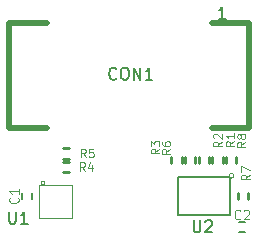
<source format=gbr>
G04 #@! TF.GenerationSoftware,KiCad,Pcbnew,5.1.0-rc2-unknown-4612175~81~ubuntu18.04.1*
G04 #@! TF.CreationDate,2019-03-08T09:09:48+02:00*
G04 #@! TF.ProjectId,MOD-ENV_revB,4d4f442d-454e-4565-9f72-6576422e6b69,rev?*
G04 #@! TF.SameCoordinates,Original*
G04 #@! TF.FileFunction,Legend,Top*
G04 #@! TF.FilePolarity,Positive*
%FSLAX46Y46*%
G04 Gerber Fmt 4.6, Leading zero omitted, Abs format (unit mm)*
G04 Created by KiCad (PCBNEW 5.1.0-rc2-unknown-4612175~81~ubuntu18.04.1) date 2019-03-08 09:09:48*
%MOMM*%
%LPD*%
G04 APERTURE LIST*
%ADD10C,0.508000*%
%ADD11C,0.254000*%
%ADD12C,0.150000*%
%ADD13C,0.120000*%
%ADD14C,0.100000*%
G04 APERTURE END LIST*
D10*
X78105000Y-58801000D02*
X81280000Y-58801000D01*
X98425000Y-58801000D02*
X95250000Y-58801000D01*
X95250000Y-67691000D02*
X98425000Y-67691000D01*
X78105000Y-67691000D02*
X81280000Y-67691000D01*
X78105000Y-58801000D02*
X78105000Y-67691000D01*
X98425000Y-58801000D02*
X98425000Y-67691000D01*
D11*
X93865700Y-70358000D02*
X93865700Y-70612000D01*
X93865700Y-70358000D02*
X93865700Y-70104000D01*
X92976700Y-70358000D02*
X92976700Y-70104000D01*
X92976700Y-70358000D02*
X92976700Y-70612000D01*
X82890848Y-69392573D02*
X83144848Y-69392573D01*
X82890848Y-69392573D02*
X82636848Y-69392573D01*
X82890848Y-70281573D02*
X82636848Y-70281573D01*
X82890848Y-70281573D02*
X83144848Y-70281573D01*
X82890848Y-70535573D02*
X83144848Y-70535573D01*
X82890848Y-70535573D02*
X82636848Y-70535573D01*
X82890848Y-71424573D02*
X82636848Y-71424573D01*
X82890848Y-71424573D02*
X83144848Y-71424573D01*
X92722700Y-70358000D02*
X92722700Y-70612000D01*
X92722700Y-70358000D02*
X92722700Y-70104000D01*
X91833700Y-70358000D02*
X91833700Y-70104000D01*
X91833700Y-70358000D02*
X91833700Y-70612000D01*
X95059500Y-70358000D02*
X95059500Y-70612000D01*
X95059500Y-70358000D02*
X95059500Y-70104000D01*
X94170500Y-70358000D02*
X94170500Y-70104000D01*
X94170500Y-70358000D02*
X94170500Y-70612000D01*
X96202500Y-70358000D02*
X96202500Y-70612000D01*
X96202500Y-70358000D02*
X96202500Y-70104000D01*
X95313500Y-70358000D02*
X95313500Y-70104000D01*
X95313500Y-70358000D02*
X95313500Y-70612000D01*
X98361500Y-73406000D02*
X98361500Y-73660000D01*
X98361500Y-73406000D02*
X98361500Y-73152000D01*
X97472500Y-73406000D02*
X97472500Y-73152000D01*
X97472500Y-73406000D02*
X97472500Y-73660000D01*
X96456500Y-70358000D02*
X96456500Y-70104000D01*
X96456500Y-70358000D02*
X96456500Y-70612000D01*
X97345500Y-70358000D02*
X97345500Y-70612000D01*
X97345500Y-70358000D02*
X97345500Y-70104000D01*
D12*
X92415000Y-71831400D02*
X96815000Y-71831400D01*
X92415000Y-75031400D02*
X92415000Y-71831400D01*
X96815000Y-75031400D02*
X92415000Y-75031400D01*
X96815000Y-71831400D02*
X96815000Y-75031400D01*
D13*
X97115000Y-71731400D02*
G75*
G03X97115000Y-71731400I-200000J0D01*
G01*
D14*
X83439000Y-75311000D02*
X80645000Y-75311000D01*
X83439000Y-72517000D02*
X83439000Y-75311000D01*
X80645000Y-72517000D02*
X83439000Y-72517000D01*
X80645000Y-75311000D02*
X80645000Y-72517000D01*
X80772000Y-72136000D02*
X80772000Y-72390000D01*
X81026000Y-72136000D02*
X80772000Y-72136000D01*
X81026000Y-72390000D02*
X81026000Y-72136000D01*
X80772000Y-72390000D02*
X81026000Y-72390000D01*
D12*
X97790000Y-76517500D02*
X97536000Y-76517500D01*
X97790000Y-76517500D02*
X98044000Y-76517500D01*
X97790000Y-75628500D02*
X98044000Y-75628500D01*
X97790000Y-75628500D02*
X97536000Y-75628500D01*
X80073500Y-73406000D02*
X80073500Y-73660000D01*
X80073500Y-73406000D02*
X80073500Y-73152000D01*
X79184500Y-73406000D02*
X79184500Y-73152000D01*
X79184500Y-73406000D02*
X79184500Y-73660000D01*
X87177713Y-63476142D02*
X87130094Y-63523761D01*
X86987237Y-63571380D01*
X86891999Y-63571380D01*
X86749141Y-63523761D01*
X86653903Y-63428523D01*
X86606284Y-63333285D01*
X86558665Y-63142809D01*
X86558665Y-62999952D01*
X86606284Y-62809476D01*
X86653903Y-62714238D01*
X86749141Y-62619000D01*
X86891999Y-62571380D01*
X86987237Y-62571380D01*
X87130094Y-62619000D01*
X87177713Y-62666619D01*
X87796760Y-62571380D02*
X87987237Y-62571380D01*
X88082475Y-62619000D01*
X88177713Y-62714238D01*
X88225332Y-62904714D01*
X88225332Y-63238047D01*
X88177713Y-63428523D01*
X88082475Y-63523761D01*
X87987237Y-63571380D01*
X87796760Y-63571380D01*
X87701522Y-63523761D01*
X87606284Y-63428523D01*
X87558665Y-63238047D01*
X87558665Y-62904714D01*
X87606284Y-62714238D01*
X87701522Y-62619000D01*
X87796760Y-62571380D01*
X88653903Y-63571380D02*
X88653903Y-62571380D01*
X89225332Y-63571380D01*
X89225332Y-62571380D01*
X90225332Y-63571380D02*
X89653903Y-63571380D01*
X89939618Y-63571380D02*
X89939618Y-62571380D01*
X89844379Y-62714238D01*
X89749141Y-62809476D01*
X89653903Y-62857095D01*
X96450114Y-58415180D02*
X95878685Y-58415180D01*
X96164400Y-58415180D02*
X96164400Y-57415180D01*
X96069161Y-57558038D01*
X95973923Y-57653276D01*
X95878685Y-57700895D01*
D14*
X91731266Y-69458666D02*
X91397933Y-69692000D01*
X91731266Y-69858666D02*
X91031266Y-69858666D01*
X91031266Y-69592000D01*
X91064600Y-69525333D01*
X91097933Y-69492000D01*
X91164600Y-69458666D01*
X91264600Y-69458666D01*
X91331266Y-69492000D01*
X91364600Y-69525333D01*
X91397933Y-69592000D01*
X91397933Y-69858666D01*
X91031266Y-68858666D02*
X91031266Y-68992000D01*
X91064600Y-69058666D01*
X91097933Y-69092000D01*
X91197933Y-69158666D01*
X91331266Y-69192000D01*
X91597933Y-69192000D01*
X91664600Y-69158666D01*
X91697933Y-69125333D01*
X91731266Y-69058666D01*
X91731266Y-68925333D01*
X91697933Y-68858666D01*
X91664600Y-68825333D01*
X91597933Y-68792000D01*
X91431266Y-68792000D01*
X91364600Y-68825333D01*
X91331266Y-68858666D01*
X91297933Y-68925333D01*
X91297933Y-69058666D01*
X91331266Y-69125333D01*
X91364600Y-69158666D01*
X91431266Y-69192000D01*
X84592333Y-70141266D02*
X84359000Y-69807933D01*
X84192333Y-70141266D02*
X84192333Y-69441266D01*
X84459000Y-69441266D01*
X84525666Y-69474600D01*
X84559000Y-69507933D01*
X84592333Y-69574600D01*
X84592333Y-69674600D01*
X84559000Y-69741266D01*
X84525666Y-69774600D01*
X84459000Y-69807933D01*
X84192333Y-69807933D01*
X85225666Y-69441266D02*
X84892333Y-69441266D01*
X84859000Y-69774600D01*
X84892333Y-69741266D01*
X84959000Y-69707933D01*
X85125666Y-69707933D01*
X85192333Y-69741266D01*
X85225666Y-69774600D01*
X85259000Y-69841266D01*
X85259000Y-70007933D01*
X85225666Y-70074600D01*
X85192333Y-70107933D01*
X85125666Y-70141266D01*
X84959000Y-70141266D01*
X84892333Y-70107933D01*
X84859000Y-70074600D01*
X84541533Y-71284266D02*
X84308200Y-70950933D01*
X84141533Y-71284266D02*
X84141533Y-70584266D01*
X84408200Y-70584266D01*
X84474866Y-70617600D01*
X84508200Y-70650933D01*
X84541533Y-70717600D01*
X84541533Y-70817600D01*
X84508200Y-70884266D01*
X84474866Y-70917600D01*
X84408200Y-70950933D01*
X84141533Y-70950933D01*
X85141533Y-70817600D02*
X85141533Y-71284266D01*
X84974866Y-70550933D02*
X84808200Y-71050933D01*
X85241533Y-71050933D01*
X90816866Y-69433266D02*
X90483533Y-69666600D01*
X90816866Y-69833266D02*
X90116866Y-69833266D01*
X90116866Y-69566600D01*
X90150200Y-69499933D01*
X90183533Y-69466600D01*
X90250200Y-69433266D01*
X90350200Y-69433266D01*
X90416866Y-69466600D01*
X90450200Y-69499933D01*
X90483533Y-69566600D01*
X90483533Y-69833266D01*
X90116866Y-69199933D02*
X90116866Y-68766600D01*
X90383533Y-68999933D01*
X90383533Y-68899933D01*
X90416866Y-68833266D01*
X90450200Y-68799933D01*
X90516866Y-68766600D01*
X90683533Y-68766600D01*
X90750200Y-68799933D01*
X90783533Y-68833266D01*
X90816866Y-68899933D01*
X90816866Y-69099933D01*
X90783533Y-69166600D01*
X90750200Y-69199933D01*
X96100066Y-68823666D02*
X95766733Y-69057000D01*
X96100066Y-69223666D02*
X95400066Y-69223666D01*
X95400066Y-68957000D01*
X95433400Y-68890333D01*
X95466733Y-68857000D01*
X95533400Y-68823666D01*
X95633400Y-68823666D01*
X95700066Y-68857000D01*
X95733400Y-68890333D01*
X95766733Y-68957000D01*
X95766733Y-69223666D01*
X95466733Y-68557000D02*
X95433400Y-68523666D01*
X95400066Y-68457000D01*
X95400066Y-68290333D01*
X95433400Y-68223666D01*
X95466733Y-68190333D01*
X95533400Y-68157000D01*
X95600066Y-68157000D01*
X95700066Y-68190333D01*
X96100066Y-68590333D01*
X96100066Y-68157000D01*
X97141466Y-68798266D02*
X96808133Y-69031600D01*
X97141466Y-69198266D02*
X96441466Y-69198266D01*
X96441466Y-68931600D01*
X96474800Y-68864933D01*
X96508133Y-68831600D01*
X96574800Y-68798266D01*
X96674800Y-68798266D01*
X96741466Y-68831600D01*
X96774800Y-68864933D01*
X96808133Y-68931600D01*
X96808133Y-69198266D01*
X97141466Y-68131600D02*
X97141466Y-68531600D01*
X97141466Y-68331600D02*
X96441466Y-68331600D01*
X96541466Y-68398266D01*
X96608133Y-68464933D01*
X96641466Y-68531600D01*
X98462266Y-71617666D02*
X98128933Y-71851000D01*
X98462266Y-72017666D02*
X97762266Y-72017666D01*
X97762266Y-71751000D01*
X97795600Y-71684333D01*
X97828933Y-71651000D01*
X97895600Y-71617666D01*
X97995600Y-71617666D01*
X98062266Y-71651000D01*
X98095600Y-71684333D01*
X98128933Y-71751000D01*
X98128933Y-72017666D01*
X97762266Y-71384333D02*
X97762266Y-70917666D01*
X98462266Y-71217666D01*
X98106666Y-68849066D02*
X97773333Y-69082400D01*
X98106666Y-69249066D02*
X97406666Y-69249066D01*
X97406666Y-68982400D01*
X97440000Y-68915733D01*
X97473333Y-68882400D01*
X97540000Y-68849066D01*
X97640000Y-68849066D01*
X97706666Y-68882400D01*
X97740000Y-68915733D01*
X97773333Y-68982400D01*
X97773333Y-69249066D01*
X97706666Y-68449066D02*
X97673333Y-68515733D01*
X97640000Y-68549066D01*
X97573333Y-68582400D01*
X97540000Y-68582400D01*
X97473333Y-68549066D01*
X97440000Y-68515733D01*
X97406666Y-68449066D01*
X97406666Y-68315733D01*
X97440000Y-68249066D01*
X97473333Y-68215733D01*
X97540000Y-68182400D01*
X97573333Y-68182400D01*
X97640000Y-68215733D01*
X97673333Y-68249066D01*
X97706666Y-68315733D01*
X97706666Y-68449066D01*
X97740000Y-68515733D01*
X97773333Y-68549066D01*
X97840000Y-68582400D01*
X97973333Y-68582400D01*
X98040000Y-68549066D01*
X98073333Y-68515733D01*
X98106666Y-68449066D01*
X98106666Y-68315733D01*
X98073333Y-68249066D01*
X98040000Y-68215733D01*
X97973333Y-68182400D01*
X97840000Y-68182400D01*
X97773333Y-68215733D01*
X97740000Y-68249066D01*
X97706666Y-68315733D01*
D12*
X93726095Y-75499980D02*
X93726095Y-76309504D01*
X93773714Y-76404742D01*
X93821333Y-76452361D01*
X93916571Y-76499980D01*
X94107047Y-76499980D01*
X94202285Y-76452361D01*
X94249904Y-76404742D01*
X94297523Y-76309504D01*
X94297523Y-75499980D01*
X94726095Y-75595219D02*
X94773714Y-75547600D01*
X94868952Y-75499980D01*
X95107047Y-75499980D01*
X95202285Y-75547600D01*
X95249904Y-75595219D01*
X95297523Y-75690457D01*
X95297523Y-75785695D01*
X95249904Y-75928552D01*
X94678476Y-76499980D01*
X95297523Y-76499980D01*
X78105095Y-74763380D02*
X78105095Y-75572904D01*
X78152714Y-75668142D01*
X78200333Y-75715761D01*
X78295571Y-75763380D01*
X78486047Y-75763380D01*
X78581285Y-75715761D01*
X78628904Y-75668142D01*
X78676523Y-75572904D01*
X78676523Y-74763380D01*
X79676523Y-75763380D02*
X79105095Y-75763380D01*
X79390809Y-75763380D02*
X79390809Y-74763380D01*
X79295571Y-74906238D01*
X79200333Y-75001476D01*
X79105095Y-75049095D01*
D14*
X97682066Y-75342714D02*
X97643971Y-75380809D01*
X97529685Y-75418904D01*
X97453495Y-75418904D01*
X97339209Y-75380809D01*
X97263019Y-75304619D01*
X97224923Y-75228428D01*
X97186828Y-75076047D01*
X97186828Y-74961761D01*
X97224923Y-74809380D01*
X97263019Y-74733190D01*
X97339209Y-74657000D01*
X97453495Y-74618904D01*
X97529685Y-74618904D01*
X97643971Y-74657000D01*
X97682066Y-74695095D01*
X97986828Y-74695095D02*
X98024923Y-74657000D01*
X98101114Y-74618904D01*
X98291590Y-74618904D01*
X98367780Y-74657000D01*
X98405876Y-74695095D01*
X98443971Y-74771285D01*
X98443971Y-74847476D01*
X98405876Y-74961761D01*
X97948733Y-75418904D01*
X98443971Y-75418904D01*
X78822514Y-73564733D02*
X78860609Y-73602828D01*
X78898704Y-73717114D01*
X78898704Y-73793304D01*
X78860609Y-73907590D01*
X78784419Y-73983780D01*
X78708228Y-74021876D01*
X78555847Y-74059971D01*
X78441561Y-74059971D01*
X78289180Y-74021876D01*
X78212990Y-73983780D01*
X78136800Y-73907590D01*
X78098704Y-73793304D01*
X78098704Y-73717114D01*
X78136800Y-73602828D01*
X78174895Y-73564733D01*
X78898704Y-72802828D02*
X78898704Y-73259971D01*
X78898704Y-73031400D02*
X78098704Y-73031400D01*
X78212990Y-73107590D01*
X78289180Y-73183780D01*
X78327276Y-73259971D01*
M02*

</source>
